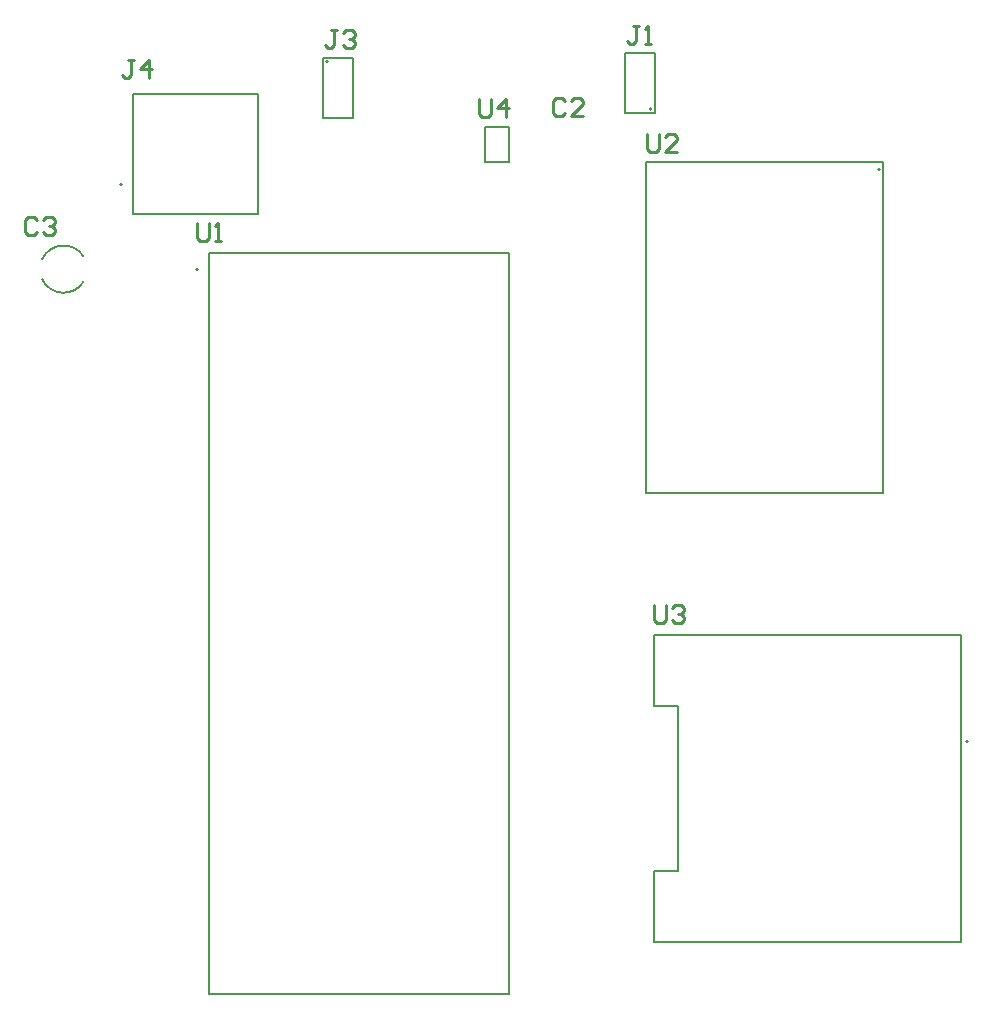
<source format=gto>
G04*
G04 #@! TF.GenerationSoftware,Altium Limited,Altium Designer,22.3.1 (43)*
G04*
G04 Layer_Color=65535*
%FSLAX25Y25*%
%MOIN*%
G70*
G04*
G04 #@! TF.SameCoordinates,6F27DF24-6875-432B-A67F-BF56C2FC00E1*
G04*
G04*
G04 #@! TF.FilePolarity,Positive*
G04*
G01*
G75*
%ADD10C,0.00787*%
%ADD11C,0.00500*%
%ADD12C,0.01000*%
D10*
X321654Y87795D02*
G03*
X321654Y87795I-394J0D01*
G01*
X39665Y273504D02*
G03*
X39665Y273504I-394J0D01*
G01*
X64898Y245165D02*
G03*
X64898Y245165I-394J0D01*
G01*
X26719Y249508D02*
G03*
X12918Y248550I-6640J-4232D01*
G01*
Y242001D02*
G03*
X26719Y241043I7161J3274D01*
G01*
D11*
X216043Y298642D02*
G03*
X216043Y298642I-394J0D01*
G01*
X108268Y314409D02*
G03*
X108268Y314409I-394J0D01*
G01*
X292284Y278543D02*
G03*
X292284Y278543I-394J0D01*
G01*
X216929Y123228D02*
X319291D01*
X216929Y99606D02*
Y123228D01*
Y99606D02*
X224803D01*
Y44488D02*
Y99606D01*
X216929Y44488D02*
X224803D01*
X216929Y20866D02*
Y44488D01*
Y20866D02*
X319291D01*
Y123228D01*
X84941Y263504D02*
Y303504D01*
X43209Y263504D02*
Y303504D01*
X84941D01*
X43209Y263504D02*
X84941D01*
X207106Y297264D02*
X217106D01*
X207106D02*
Y317264D01*
X217106D01*
Y297264D02*
Y317264D01*
X68504Y3661D02*
Y250669D01*
X168504D01*
Y3661D02*
Y250669D01*
X68504Y3661D02*
X168504D01*
X106417Y315787D02*
X116417D01*
Y295787D02*
Y315787D01*
X106417Y295787D02*
X116417D01*
X106417D02*
Y315787D01*
X160630Y281004D02*
X168504D01*
X160630Y292815D02*
X168504D01*
X160630Y281004D02*
Y292815D01*
X168504Y281004D02*
Y292815D01*
X214331Y170650D02*
X293071D01*
Y280886D01*
X214331Y170650D02*
Y280886D01*
X293071D01*
D12*
X43482Y314880D02*
X41483D01*
X42483D01*
Y309882D01*
X41483Y308882D01*
X40483D01*
X39483Y309882D01*
X48480Y308882D02*
Y314880D01*
X45482Y311881D01*
X49480D01*
X111182Y325019D02*
X109183D01*
X110182D01*
Y320020D01*
X109183Y319021D01*
X108183D01*
X107184Y320020D01*
X113181Y324019D02*
X114181Y325019D01*
X116181D01*
X117180Y324019D01*
Y323019D01*
X116181Y322020D01*
X115181D01*
X116181D01*
X117180Y321020D01*
Y320020D01*
X116181Y319021D01*
X114181D01*
X113181Y320020D01*
X211882Y326480D02*
X209883D01*
X210882D01*
Y321482D01*
X209883Y320482D01*
X208883D01*
X207884Y321482D01*
X213881Y320482D02*
X215881D01*
X214881D01*
Y326480D01*
X213881Y325480D01*
X158484Y302028D02*
Y297030D01*
X159483Y296030D01*
X161483D01*
X162482Y297030D01*
Y302028D01*
X167481Y296030D02*
Y302028D01*
X164481Y299029D01*
X168480D01*
X187182Y301360D02*
X186182Y302360D01*
X184183D01*
X183184Y301360D01*
Y297361D01*
X184183Y296361D01*
X186182D01*
X187182Y297361D01*
X193180Y296361D02*
X189181D01*
X193180Y300360D01*
Y301360D01*
X192181Y302360D01*
X190181D01*
X189181Y301360D01*
X11282Y261580D02*
X10283Y262580D01*
X8283D01*
X7283Y261580D01*
Y257582D01*
X8283Y256582D01*
X10283D01*
X11282Y257582D01*
X13282Y261580D02*
X14281Y262580D01*
X16281D01*
X17280Y261580D01*
Y260581D01*
X16281Y259581D01*
X15281D01*
X16281D01*
X17280Y258581D01*
Y257582D01*
X16281Y256582D01*
X14281D01*
X13282Y257582D01*
X216883Y133280D02*
Y128282D01*
X217883Y127282D01*
X219882D01*
X220882Y128282D01*
Y133280D01*
X222882Y132280D02*
X223881Y133280D01*
X225881D01*
X226880Y132280D01*
Y131281D01*
X225881Y130281D01*
X224881D01*
X225881D01*
X226880Y129281D01*
Y128282D01*
X225881Y127282D01*
X223881D01*
X222882Y128282D01*
X214483Y290180D02*
Y285182D01*
X215483Y284182D01*
X217482D01*
X218482Y285182D01*
Y290180D01*
X224480Y284182D02*
X220481D01*
X224480Y288181D01*
Y289180D01*
X223481Y290180D01*
X221481D01*
X220481Y289180D01*
X64684Y260780D02*
Y255782D01*
X65683Y254782D01*
X67682D01*
X68682Y255782D01*
Y260780D01*
X70682Y254782D02*
X72681D01*
X71681D01*
Y260780D01*
X70682Y259780D01*
M02*

</source>
